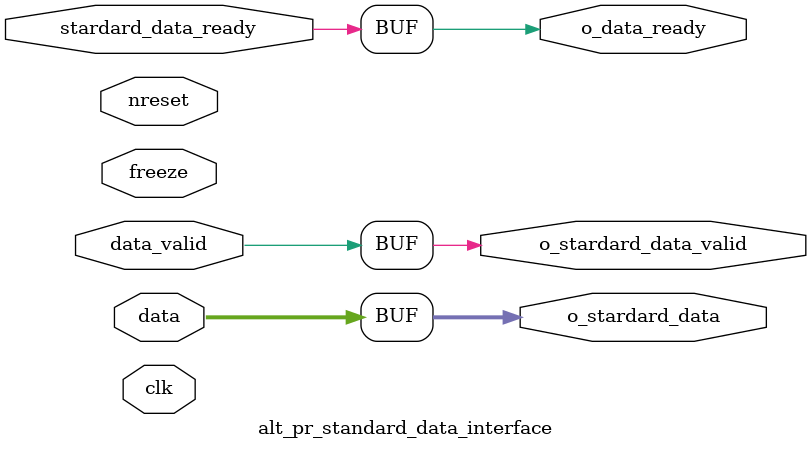
<source format=v>



module alt_pr_standard_data_interface(
	clk,
	nreset,
	freeze,
	o_stardard_data,
	o_stardard_data_valid,
	stardard_data_ready,
	data,
	data_valid,
	o_data_ready
);

	parameter DATA_WIDTH_INDEX = 16;
	parameter CB_DATA_WIDTH = 16;

	input clk;
	input nreset;
	input freeze;
	input stardard_data_ready;
	input [DATA_WIDTH_INDEX-1:0] data;
	input data_valid;

	output [CB_DATA_WIDTH-1:0] o_stardard_data;
	output o_stardard_data_valid;
	output o_data_ready;

	generate
		if (DATA_WIDTH_INDEX < CB_DATA_WIDTH)
		begin
			// data upsize converter
			// x1, x2, x4, x8 ---> x16
			alt_pr_up_converter alt_pr_up_converter(
				.clk(clk),
				.nreset(nreset),
				.data_in(data),
				.flash_data_ready(data_valid),
				.flash_data_read(o_data_ready),
				.data_out(o_stardard_data),
				.data_request(freeze),
				.data_ready(o_stardard_data_valid),
				.data_read(stardard_data_ready)
			);
			defparam alt_pr_up_converter.DATA_IN_WIDTH = DATA_WIDTH_INDEX;
			defparam alt_pr_up_converter.DATA_OUT_WIDTH = CB_DATA_WIDTH;
			defparam alt_pr_up_converter.STREAM_MODE = "ON";
		end
		else if (DATA_WIDTH_INDEX > CB_DATA_WIDTH) begin
			// data downsize converter
			// x32 ---> x16
			alt_pr_down_converter alt_pr_down_converter(
				.clk(clk),
				.nreset(nreset),
				.data_in(data),
				.flash_data_ready(data_valid),
				.flash_data_read(o_data_ready),
				.data_out(o_stardard_data),
				.data_request(freeze),
				.data_ready(o_stardard_data_valid),
				.data_read(stardard_data_ready)
			);
			defparam alt_pr_down_converter.DATA_IN_WIDTH = DATA_WIDTH_INDEX;
			defparam alt_pr_down_converter.DATA_OUT_WIDTH = CB_DATA_WIDTH;
			defparam alt_pr_down_converter.STREAM_MODE = "ON";
		end
		else begin
			assign o_stardard_data = data;
			assign o_stardard_data_valid = data_valid;
			assign o_data_ready = stardard_data_ready;
		end
	endgenerate

endmodule


</source>
